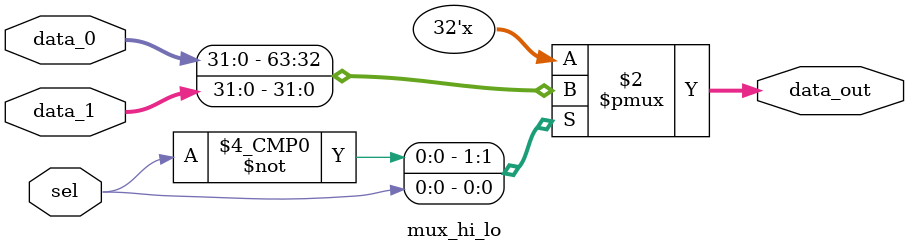
<source format=v>
module mux_hi_lo (
    input wire sel,
    input wire [31:0] data_0,
    input wire [31:0] data_1,
    output reg [31:0] data_out
);
    always @(*) begin
        case (sel)
            1'b0: data_out = data_0;
            1'b1: data_out = data_1;
        endcase 
    end 

endmodule

</source>
